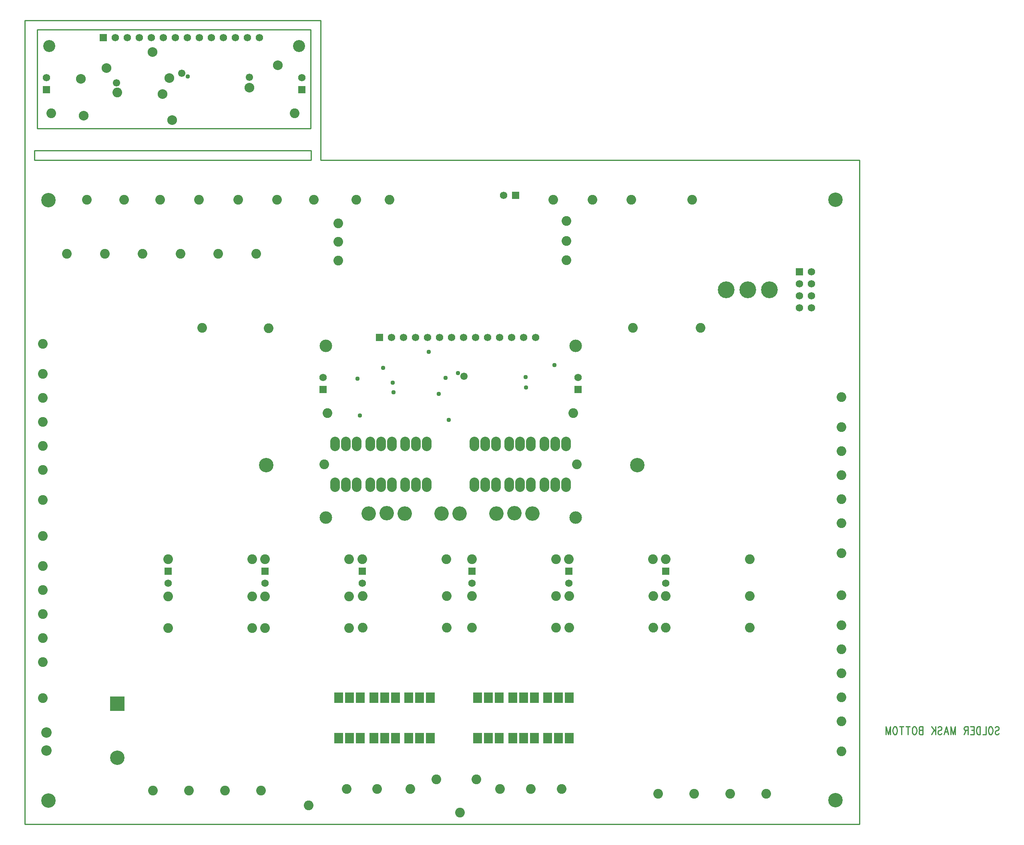
<source format=gbr>
*
*
G04 PADS9.1 Build Number: 392894 generated Gerber (RS-274-X) file*
G04 PC Version=2.1*
*
%IN "2FOC_AdC.pcb"*%
*
%MOMM*%
*
%FSLAX35Y35*%
*
*
*
*
G04 PC Standard Apertures*
*
*
G04 Thermal Relief Aperture macro.*
%AMTER*
1,1,$1,0,0*
1,0,$1-$2,0,0*
21,0,$3,$4,0,0,45*
21,0,$3,$4,0,0,135*
%
*
*
G04 Annular Aperture macro.*
%AMANN*
1,1,$1,0,0*
1,0,$2,0,0*
%
*
*
G04 Odd Aperture macro.*
%AMODD*
1,1,$1,0,0*
1,0,$1-0.005,0,0*
%
*
*
G04 PC Custom Aperture Macros*
*
*
*
*
*
*
G04 PC Aperture Table*
*
%ADD079C,0.0254*%
%ADD081C,2.2098*%
%ADD084C,2.6508*%
%ADD088C,3.5508*%
%ADD097R,1.9558X2.1844*%
%ADD134C,0.254*%
%ADD177O,2.0508X3.0508*%
%ADD178O,2.0508X2.0508*%
%ADD180C,2.0508*%
%ADD181R,3.0508X3.0508*%
%ADD182C,3.0508*%
%ADD183R,1.5748X1.5748*%
%ADD184C,1.5748*%
%ADD191C,0.9508*%
%ADD192C,2.5508*%
%ADD193C,1.5508*%
%ADD196O,3.0508X3.0508*%
*
*
*
*
G04 PC Circuitry*
G04 Layer Name 2FOC_AdC.pcb - circuitry*
%LPD*%
*
*
G04 PC Custom Flashes*
G04 Layer Name 2FOC_AdC.pcb - flashes*
%LPD*%
*
*
G04 PC Circuitry*
G04 Layer Name 2FOC_AdC.pcb - circuitry*
%LPD*%
*
G54D79*
G54D81*
G01X950000Y2440500D03*
Y2059500D03*
G54D84*
X6859400Y6986300D03*
X12142600D03*
X6859400Y10618500D03*
X12142600D03*
G54D88*
X16248000Y11803000D03*
X15790800D03*
X15333600D03*
G54D97*
X7135400Y2320000D03*
X7364000D03*
X7592600D03*
X10532600Y3180000D03*
X10304000D03*
X10075400D03*
X11272600D03*
X11044000D03*
X10815400D03*
X12012600D03*
X11784000D03*
X11555400D03*
X7875400Y2320000D03*
X8104000D03*
X8332600D03*
X8615400D03*
X8844000D03*
X9072600D03*
X7592600Y3180000D03*
X7364000D03*
X7135400D03*
X8332600D03*
X8104000D03*
X7875400D03*
X9072600D03*
X8844000D03*
X8615400D03*
X10075400Y2320000D03*
X10304000D03*
X10532600D03*
X10815400D03*
X11044000D03*
X11272600D03*
X11555400D03*
X11784000D03*
X12012600D03*
G54D134*
X21019182Y2542875D02*
X21030727Y2558750D01*
X21048045Y2566688*
X21048045D02*
X21071136D01*
X21071136D02*
X21088455Y2558750D01*
X21088455D02*
X21100000Y2542875D01*
Y2527000*
X21094227Y2511125*
X21088455Y2503188*
X21088455D02*
X21076909Y2495250D01*
X21042273Y2479375*
X21030727Y2471438*
X21030727D02*
X21024955Y2463500D01*
X21024955D02*
X21019182Y2447625D01*
Y2423813*
X21019182D02*
X21030727Y2407938D01*
X21030727D02*
X21048045Y2400000D01*
X21048045D02*
X21071136D01*
X21088455Y2407938*
X21088455D02*
X21100000Y2423813D01*
X20932591Y2566688D02*
X20944136Y2558750D01*
X20955682Y2542875*
X20961455Y2527000*
X20961455D02*
X20967227Y2503188D01*
X20967227D02*
Y2463500D01*
X20961455Y2439688*
X20961455D02*
X20955682Y2423813D01*
X20955682D02*
X20944136Y2407938D01*
X20944136D02*
X20932591Y2400000D01*
X20909500*
X20897955Y2407938*
X20897955D02*
X20886409Y2423813D01*
X20886409D02*
X20880636Y2439688D01*
X20880636D02*
X20874864Y2463500D01*
Y2503188*
X20874864D02*
X20880636Y2527000D01*
X20886409Y2542875*
X20897955Y2558750*
X20897955D02*
X20909500Y2566688D01*
X20909500D02*
X20932591D01*
X20822909D02*
Y2400000D01*
X20753636*
X20701682Y2566688D02*
Y2400000D01*
Y2566688D02*
X20661273D01*
X20661273D02*
X20643955Y2558750D01*
X20643955D02*
X20632409Y2542875D01*
X20626636Y2527000*
X20620864Y2503188*
X20620864D02*
Y2463500D01*
X20626636Y2439688*
X20626636D02*
X20632409Y2423813D01*
X20632409D02*
X20643955Y2407938D01*
X20643955D02*
X20661273Y2400000D01*
X20701682*
X20568909Y2566688D02*
Y2400000D01*
Y2566688D02*
X20493864D01*
X20568909Y2487313D02*
X20522727D01*
X20568909Y2400000D02*
X20493864D01*
X20441909Y2566688D02*
Y2400000D01*
Y2566688D02*
X20389955D01*
X20389955D02*
X20372636Y2558750D01*
X20366864Y2550813*
X20366864D02*
X20361091Y2534938D01*
X20361091D02*
Y2519063D01*
X20361091D02*
X20366864Y2503188D01*
X20366864D02*
X20372636Y2495250D01*
X20389955Y2487313*
X20389955D02*
X20441909D01*
X20401500D02*
X20361091Y2400000D01*
X20176364Y2566688D02*
Y2400000D01*
Y2566688D02*
X20130182Y2400000D01*
X20084000Y2566688D02*
X20130182Y2400000D01*
X20084000Y2566688D02*
Y2400000D01*
X19985864Y2566688D02*
X20032045Y2400000D01*
X19985864Y2566688D02*
X19939682Y2400000D01*
X20014727Y2455563D02*
X19957000D01*
X19806909Y2542875D02*
X19818455Y2558750D01*
X19818455D02*
X19835773Y2566688D01*
X19835773D02*
X19858864D01*
X19858864D02*
X19876182Y2558750D01*
X19887727Y2542875*
Y2527000*
X19881955Y2511125*
X19881955D02*
X19876182Y2503188D01*
X19876182D02*
X19864636Y2495250D01*
X19830000Y2479375*
X19818455Y2471438*
X19818455D02*
X19812682Y2463500D01*
X19806909Y2447625*
Y2423813*
X19806909D02*
X19818455Y2407938D01*
X19818455D02*
X19835773Y2400000D01*
X19858864*
X19876182Y2407938*
X19876182D02*
X19887727Y2423813D01*
X19754955Y2566688D02*
Y2400000D01*
X19674136Y2566688D02*
X19754955Y2455563D01*
X19726091Y2495250D02*
X19674136Y2400000D01*
X19489409Y2566688D02*
Y2400000D01*
Y2566688D02*
X19437455D01*
X19437455D02*
X19420136Y2558750D01*
X19414364Y2550813*
X19414364D02*
X19408591Y2534938D01*
X19408591D02*
Y2519063D01*
X19408591D02*
X19414364Y2503188D01*
X19414364D02*
X19420136Y2495250D01*
X19437455Y2487313*
X19489409D02*
X19437455D01*
X19437455D02*
X19420136Y2479375D01*
X19414364Y2471438*
X19414364D02*
X19408591Y2455563D01*
X19408591D02*
Y2431750D01*
X19414364Y2415875*
X19420136Y2407938*
X19420136D02*
X19437455Y2400000D01*
X19437455D02*
X19489409D01*
X19322000Y2566688D02*
X19333545Y2558750D01*
X19333545D02*
X19345091Y2542875D01*
X19350864Y2527000*
X19356636Y2503188*
X19356636D02*
Y2463500D01*
X19350864Y2439688*
X19350864D02*
X19345091Y2423813D01*
X19345091D02*
X19333545Y2407938D01*
X19333545D02*
X19322000Y2400000D01*
X19298909*
X19287364Y2407938*
X19287364D02*
X19275818Y2423813D01*
X19275818D02*
X19270045Y2439688D01*
X19270045D02*
X19264273Y2463500D01*
Y2503188*
X19264273D02*
X19270045Y2527000D01*
X19270045D02*
X19275818Y2542875D01*
X19287364Y2558750*
X19298909Y2566688*
X19298909D02*
X19322000D01*
X19171909D02*
Y2400000D01*
X19212318Y2566688D02*
X19131500D01*
X19039136D02*
Y2400000D01*
X19079545Y2566688D02*
X18998727D01*
X18912136D02*
X18923682Y2558750D01*
X18935227Y2542875*
X18941000Y2527000*
X18946773Y2503188*
X18946773D02*
Y2463500D01*
X18941000Y2439688*
X18941000D02*
X18935227Y2423813D01*
X18935227D02*
X18923682Y2407938D01*
X18923682D02*
X18912136Y2400000D01*
X18889045*
X18889045D02*
X18877500Y2407938D01*
X18877500D02*
X18865955Y2423813D01*
X18865955D02*
X18860182Y2439688D01*
X18860182D02*
X18854409Y2463500D01*
Y2503188*
X18854409D02*
X18860182Y2527000D01*
X18865955Y2542875*
X18865955D02*
X18877500Y2558750D01*
X18889045Y2566688*
X18889045D02*
X18912136D01*
X18802455D02*
Y2400000D01*
Y2566688D02*
X18756273Y2400000D01*
X18710091Y2566688D02*
X18756273Y2400000D01*
X18710091Y2566688D02*
Y2400000D01*
X500000Y500000D02*
X18153000D01*
Y14550000*
X6750000*
Y17500000*
X500000*
Y500000*
X760000Y17312300D02*
X6539000D01*
Y15216800*
X760000*
Y17312300*
X6550000Y14550000D02*
X700000D01*
Y14750000*
X6550000*
Y14550000*
G54D177*
X7291000Y7685000D03*
Y8545000D03*
X7519600D03*
X7062400D03*
X8031000D03*
X8259600D03*
X7802400D03*
X8771000D03*
X8999600D03*
X8542400D03*
X10231000Y7685000D03*
X7062400D03*
X10002400D03*
X10459600D03*
X10971000D03*
X10742400D03*
X11199600D03*
X11711000D03*
X11482400D03*
X11939600D03*
X10231000Y8545000D03*
X10459600D03*
X7519600Y7685000D03*
X10002400Y8545000D03*
X10971000D03*
X11199600D03*
X10742400D03*
X11711000D03*
X11939600D03*
X11482400D03*
X8031000Y7685000D03*
X7802400D03*
X8260500D03*
X8771000D03*
X8542400D03*
X8999600D03*
G54D178*
X5250000Y16083400D03*
X3407000Y15944400D03*
X5850000Y16554400D03*
X3615000Y15394400D03*
X2225000Y16494400D03*
X1685000Y16264400D03*
X3550000Y16284400D03*
X1740000Y15492000D03*
X3195000Y16834400D03*
G54D180*
X4589500Y12565000D03*
X1389500D03*
X2989500D03*
X2189500D03*
X3789500D03*
X8208500Y13708000D03*
X7508500D03*
X9700000Y750000D03*
X1808500Y13708000D03*
X6608500D03*
X14608500D03*
X6500000Y900000D03*
X9200000Y1450000D03*
X10050000D03*
X13892000Y1148000D03*
X14654000D03*
X15416000D03*
X16178000D03*
X3202000Y1216000D03*
X3964000D03*
X4726000D03*
X5488000D03*
X17772000Y6865000D03*
Y7373000D03*
Y6230000D03*
Y9532000D03*
Y7881000D03*
Y8389000D03*
Y8897000D03*
Y2674000D03*
Y2039000D03*
Y5341000D03*
Y3690000D03*
Y4706000D03*
Y4198000D03*
Y3182000D03*
X881000Y5961000D03*
Y6596000D03*
Y3167000D03*
Y4945000D03*
Y3929000D03*
Y4437000D03*
Y5453000D03*
Y10025000D03*
Y9517000D03*
Y10660000D03*
Y7358000D03*
Y9009000D03*
Y8501000D03*
Y7993000D03*
X2595500Y13708000D03*
X7300000Y1250000D03*
X10550000D03*
X7950000D03*
X11200000D03*
X8650000D03*
X11850000D03*
X12100000Y9200000D03*
X6900000D03*
X5389500Y12565000D03*
X3357500Y13708000D03*
X4183000D03*
X5834000D03*
X5008500D03*
X11676000D03*
X13327000D03*
X12501500D03*
X2452000Y15982000D03*
X6204000Y15542000D03*
X1054000D03*
X6826269Y8115105D03*
X12176269D03*
X11950000Y13260000D03*
X7130000Y13210000D03*
Y12420000D03*
Y12820000D03*
X11950000Y12430000D03*
Y12840000D03*
X14790000Y11000000D03*
X13360000D03*
X5650000Y10990000D03*
X4250000Y11000000D03*
X12010000Y4660000D03*
X13788000D03*
X9950000Y5330000D03*
X11728000D03*
X9950000Y4660000D03*
X11728000D03*
X3530000Y5320000D03*
X5308000D03*
X3530000Y4650000D03*
X5308000D03*
X5580000Y5320000D03*
X7358000D03*
X5580000Y4650000D03*
X7358000D03*
X7640000Y5330000D03*
X9418000D03*
X7640000Y4660000D03*
X9418000D03*
X14050000Y6110000D03*
X15828000D03*
X12000000D03*
X13778000D03*
X9950000D03*
X11728000D03*
X3530000D03*
X5308000D03*
X5580000D03*
X7358000D03*
X7630000D03*
X9408000D03*
X14050000Y5330000D03*
X15828000D03*
X14050000Y4660000D03*
X15828000D03*
X12010000Y5330000D03*
X13788000D03*
G54D181*
X2450000Y3050000D03*
G54D182*
Y1907000D03*
X1000000Y13700000D03*
X17645000Y13708000D03*
Y1008000D03*
X1000000Y1000000D03*
X5600000Y8100000D03*
X13450000D03*
G54D183*
X10880000Y13800000D03*
X9950000Y5850000D03*
X12000000D03*
X14050000D03*
X3530000D03*
X16883000Y12184000D03*
X8000000Y10800000D03*
X5580000Y5850000D03*
X7630000D03*
X6354000Y16042000D03*
X954000D03*
X2154000Y17142000D03*
X6800000Y9700000D03*
X12200000D03*
G54D184*
X10626000Y13800000D03*
X9950000Y5596000D03*
X12000000D03*
X14050000D03*
X3530000D03*
X16883000Y11930000D03*
Y11676000D03*
Y11422000D03*
X17137000Y12184000D03*
Y11930000D03*
Y11676000D03*
Y11422000D03*
X8254000Y10800000D03*
X8508000D03*
X8762000D03*
X9016000D03*
X9270000D03*
X9524000D03*
X9778000D03*
X10032000D03*
X10286000D03*
X10540000D03*
X10794000D03*
X11048000D03*
X11302000D03*
X5580000Y5596000D03*
X7630000D03*
X6354000Y16296000D03*
X954000D03*
X2408000Y17142000D03*
X2662000D03*
X2916000D03*
X3170000D03*
X3424000D03*
X3678000D03*
X3932000D03*
X4186000D03*
X4440000D03*
X4694000D03*
X4948000D03*
X5202000D03*
X5456000D03*
X6800000Y9954000D03*
X12200000D03*
G54D191*
X9661000Y10045000D03*
X11096000Y9741400D03*
X11091000Y9962400D03*
X9253000Y9602400D03*
X11696000Y10212400D03*
X9461000Y9052400D03*
X8071000Y10152400D03*
X7531000Y9922400D03*
X9396000Y9942400D03*
X7586000Y9150000D03*
X8298000Y9640000D03*
X9041000Y10492400D03*
X8281000Y9842400D03*
X3940328Y16319670D03*
G54D192*
X1013400Y16960500D03*
X6296600D03*
G54D193*
X3815000Y16387000D03*
X5245000Y16304400D03*
X2435000Y16184400D03*
X9786405Y9977549D03*
G54D196*
X9310500Y7072400D03*
X9691500D03*
X7770000D03*
X8151000Y7080000D03*
X8532000Y7072400D03*
X10470000D03*
X10851000Y7080000D03*
X11232000Y7072400D03*
X0Y0D02*
M02*

</source>
